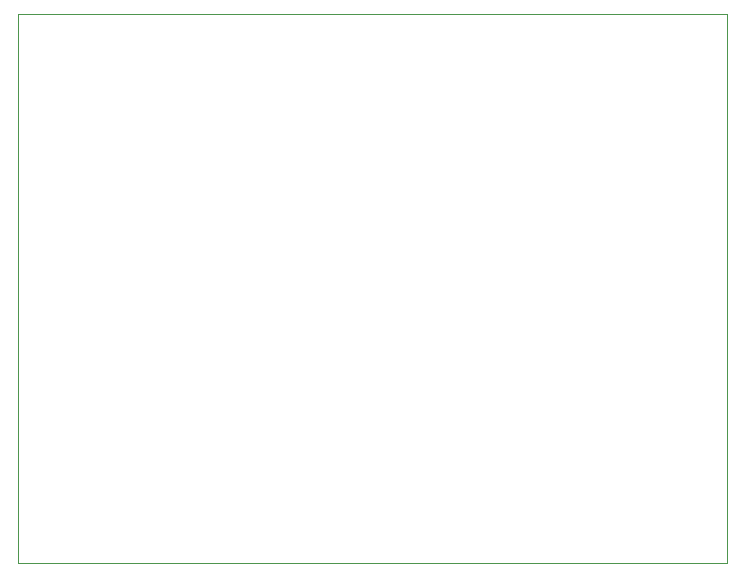
<source format=gm1>
G04 #@! TF.GenerationSoftware,KiCad,Pcbnew,8.0.0*
G04 #@! TF.CreationDate,2024-09-20T11:38:47+02:00*
G04 #@! TF.ProjectId,counter-timer,636f756e-7465-4722-9d74-696d65722e6b,rev?*
G04 #@! TF.SameCoordinates,Original*
G04 #@! TF.FileFunction,Profile,NP*
%FSLAX46Y46*%
G04 Gerber Fmt 4.6, Leading zero omitted, Abs format (unit mm)*
G04 Created by KiCad (PCBNEW 8.0.0) date 2024-09-20 11:38:47*
%MOMM*%
%LPD*%
G01*
G04 APERTURE LIST*
G04 #@! TA.AperFunction,Profile*
%ADD10C,0.050000*%
G04 #@! TD*
G04 APERTURE END LIST*
D10*
X43500000Y-23500000D02*
X103500000Y-23500000D01*
X103500000Y-70000000D01*
X43500000Y-70000000D01*
X43500000Y-23500000D01*
M02*

</source>
